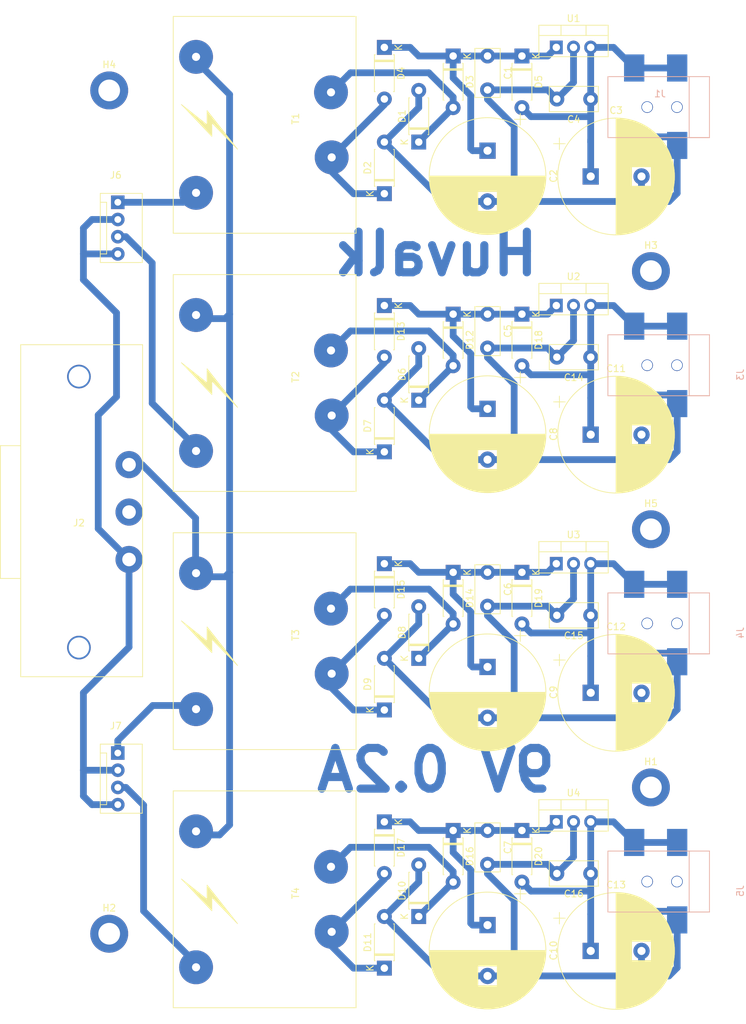
<source format=kicad_pcb>
(kicad_pcb (version 20171130) (host pcbnew 5.1.5+dfsg1-2build2)
  (layers (0 F.Cu signal) (31 B.Cu signal) (34 B.Paste user) (35 F.Paste user) (36 B.SilkS user) (37 F.SilkS user) (38 B.Mask user) (39 F.Mask user) (44 Edge.Cuts user))
  (net 0 "")
  (net 1 GND1)
  (net 2 9v1)
  (net 3 GND2)
  (net 4 GND3)
  (net 5 GND4)
  (net 6 9v2)
  (net 7 9v3)
  (net 8 9v4)
  (net 9 AC1)
  (net 10 AC2)
  (net 11 /12V_DC1)
  (net 12 /12V_DC2)
  (net 13 /12V_DC3)
  (net 14 /12V_DC4)
  (net 15 /12V_AC1_1)
  (net 16 /12V_AC1_2)
  (net 17 /12V_AC2_1)
  (net 18 /12V_AC2_2)
  (net 19 /12V_AC3_1)
  (net 20 /12V_AC3_2)
  (net 21 /12V_AC4_1)
  (net 22 /12V_AC4_2)
  (net 23 "Net-(J2-Pad3)")
  (net 24 /AC_CONN_2)
  (net 25 /AC_CONN_1)
  (net 26 /AC_CONN_4)
  (net 27 /AC_CONN_3)
  (module Custom:Transformer_20x40 (layer F.Cu) (at 86.93 158.25 90)
    (fp_text reference T4 (at 0.9 4.67 90) (layer F.SilkS))
    (fp_text value Transformer_1P_1S)
    (pad 4 thru_hole circle (at 4.8 9.9 90) (size 5 5) (drill 1.2) (layers *.Cu *.Mask) (net 21 /12V_AC4_1))
    (pad 3 thru_hole circle (at -4.8 10 90) (size 5 5) (drill 1.2) (layers *.Cu *.Mask) (net 22 /12V_AC4_2))
    (pad 2 thru_hole circle (at 10.033 -10.033 90) (size 5 5) (drill 1.2) (layers *.Cu *.Mask) (net 10 AC2))
    (pad 1 thru_hole circle (at -10.033 -10.033 90) (size 5 5) (drill 1.2) (layers *.Cu *.Mask) (net 26 /AC_CONN_4))
  )
  (module Custom:Transformer_20x40 (layer F.Cu) (at 86.93 120.15 90)
    (fp_text reference T3 (at 0.9 4.67 90) (layer F.SilkS))
    (fp_text value Transformer_1P_1S)
    (pad 4 thru_hole circle (at 4.8 9.9 90) (size 5 5) (drill 1.2) (layers *.Cu *.Mask) (net 19 /12V_AC3_1))
    (pad 3 thru_hole circle (at -4.8 10 90) (size 5 5) (drill 1.2) (layers *.Cu *.Mask) (net 20 /12V_AC3_2))
    (pad 2 thru_hole circle (at 10.033 -10.033 90) (size 5 5) (drill 1.2) (layers *.Cu *.Mask) (net 10 AC2))
    (pad 1 thru_hole circle (at -10.033 -10.033 90) (size 5 5) (drill 1.2) (layers *.Cu *.Mask) (net 27 /AC_CONN_3))
  )
  (module Custom:Transformer_20x40 (layer F.Cu) (at 86.93 82.05 90)
    (fp_text reference T2 (at 0.9 4.67 90) (layer F.SilkS))
    (fp_text value Transformer_1P_1S)
    (pad 4 thru_hole circle (at 4.8 9.9 90) (size 5 5) (drill 1.2) (layers *.Cu *.Mask) (net 17 /12V_AC2_1))
    (pad 3 thru_hole circle (at -4.8 10 90) (size 5 5) (drill 1.2) (layers *.Cu *.Mask) (net 18 /12V_AC2_2))
    (pad 2 thru_hole circle (at 10.033 -10.033 90) (size 5 5) (drill 1.2) (layers *.Cu *.Mask) (net 10 AC2))
    (pad 1 thru_hole circle (at -10.033 -10.033 90) (size 5 5) (drill 1.2) (layers *.Cu *.Mask) (net 24 /AC_CONN_2))
  )
  (module Custom:Transformer_20x40 (layer F.Cu) (at 86.93 43.95 90)
    (fp_text reference T1 (at 0.9 4.67 90) (layer F.SilkS))
    (fp_text value Transformer_1P_1S)
    (pad 4 thru_hole circle (at 4.8 9.9 90) (size 5 5) (drill 1.2) (layers *.Cu *.Mask) (net 15 /12V_AC1_1))
    (pad 3 thru_hole circle (at -4.8 10 90) (size 5 5) (drill 1.2) (layers *.Cu *.Mask) (net 16 /12V_AC1_2))
    (pad 2 thru_hole circle (at 10.033 -10.033 90) (size 5 5) (drill 1.2) (layers *.Cu *.Mask) (net 10 AC2))
    (pad 1 thru_hole circle (at -10.033 -10.033 90) (size 5 5) (drill 1.2) (layers *.Cu *.Mask) (net 25 /AC_CONN_1))
  )
  (module Custom:PinHeader_1x04_P2.54mm_Vertical (layer F.Cu) (at 65.34 136.66)
    (fp_text reference J7 (at -0.3 -4) (layer F.SilkS))
    (fp_text value Conn_01x04_Male)
    (pad 4 thru_hole oval (at 0 7.62) (size 2 2) (drill 1) (layers *.Cu *.Mask) (net 9 AC1))
    (pad 3 thru_hole oval (at 0 5.08) (size 2 2) (drill 1) (layers *.Cu *.Mask) (net 26 /AC_CONN_4))
    (pad 2 thru_hole oval (at 0 2.54) (size 2 2) (drill 1) (layers *.Cu *.Mask) (net 9 AC1))
    (pad 1 thru_hole rect (at 0 0) (size 2 2) (drill 1) (layers *.Cu *.Mask) (net 27 /AC_CONN_3))
  )
  (module Custom:PinHeader_1x04_P2.54mm_Vertical (layer F.Cu) (at 65.34 55.38)
    (fp_text reference J6 (at -0.3 -4) (layer F.SilkS))
    (fp_text value Conn_01x04_Male)
    (pad 4 thru_hole oval (at 0 7.62) (size 2 2) (drill 1) (layers *.Cu *.Mask) (net 9 AC1))
    (pad 3 thru_hole oval (at 0 5.08) (size 2 2) (drill 1) (layers *.Cu *.Mask) (net 24 /AC_CONN_2))
    (pad 2 thru_hole oval (at 0 2.54) (size 2 2) (drill 1) (layers *.Cu *.Mask) (net 9 AC1))
    (pad 1 thru_hole rect (at 0 0) (size 2 2) (drill 1) (layers *.Cu *.Mask) (net 25 /AC_CONN_1))
  )
  (module MountingHole:MountingHole_3.2mm_M3_DIN965_Pad (layer F.Cu) (at 144.08 103.64)
    (fp_text reference H5 (at 0 -3.8) (layer F.SilkS))
    (fp_text value MountingHole)
    (pad 1 thru_hole circle (at 0 0) (size 5.6 5.6) (drill 3.2) (layers *.Cu *.Mask))
  )
  (module MountingHole:MountingHole_3.2mm_M3_DIN965_Pad (layer F.Cu) (at 64.07 38.87)
    (fp_text reference H4 (at 0 -3.8) (layer F.SilkS))
    (fp_text value MountingHole)
    (pad 1 thru_hole circle (at 0 0) (size 5.6 5.6) (drill 3.2) (layers *.Cu *.Mask))
  )
  (module MountingHole:MountingHole_3.2mm_M3_DIN965_Pad (layer F.Cu) (at 144.08 65.54)
    (fp_text reference H3 (at 0 -3.8) (layer F.SilkS))
    (fp_text value MountingHole)
    (pad 1 thru_hole circle (at 0 0) (size 5.6 5.6) (drill 3.2) (layers *.Cu *.Mask))
  )
  (module MountingHole:MountingHole_3.2mm_M3_DIN965_Pad (layer F.Cu) (at 64.07 163.33)
    (fp_text reference H2 (at 0 -3.8) (layer F.SilkS))
    (fp_text value MountingHole)
    (pad 1 thru_hole circle (at 0 0) (size 5.6 5.6) (drill 3.2) (layers *.Cu *.Mask))
  )
  (module MountingHole:MountingHole_3.2mm_M3_DIN965_Pad (layer F.Cu) (at 144.08 141.74)
    (fp_text reference H1 (at 0 -3.8) (layer F.SilkS))
    (fp_text value MountingHole)
    (pad 1 thru_hole circle (at 0 0) (size 5.6 5.6) (drill 3.2) (layers *.Cu *.Mask))
  )
  (module Custom:DC_BarrelJack (layer B.Cu) (at 137.73 163.33)
    (fp_text reference J5 (at 19.56 -6.31 -270) (layer B.SilkS) (effects (justify mirror)))
    (fp_text value Barrel_Jack_Switch)
    (pad 1 smd rect (at 3.88 -13.47) (size 3 4) (layers B.Cu B.Paste B.Mask) (net 8 9v4))
    (pad 3 smd rect (at 3.88 -2.04) (size 3 4) (layers B.Cu B.Paste B.Mask) (net 5 GND4))
    (pad 2 smd rect (at 10.23 -2.04) (size 3 4) (layers B.Cu B.Paste B.Mask) (net 5 GND4))
    (pad 1 smd rect (at 10.23 -13.47) (size 3 4) (layers B.Cu B.Paste B.Mask) (net 8 9v4))
    (pad 4 thru_hole circle (at 10.2 -7.7) (size 1.7 1.7) (drill 1.5) (layers *.Cu *.Mask))
    (pad 5 thru_hole circle (at 5.8 -7.7) (size 1.7 1.7) (drill 1.5) (layers *.Cu *.Mask))
  )
  (module Custom:DC_BarrelJack (layer B.Cu) (at 137.73 125.23)
    (fp_text reference J4 (at 19.56 -6.31 -270) (layer B.SilkS) (effects (justify mirror)))
    (fp_text value Barrel_Jack_Switch)
    (pad 1 smd rect (at 3.88 -13.47) (size 3 4) (layers B.Cu B.Paste B.Mask) (net 7 9v3))
    (pad 3 smd rect (at 3.88 -2.04) (size 3 4) (layers B.Cu B.Paste B.Mask) (net 4 GND3))
    (pad 2 smd rect (at 10.23 -2.04) (size 3 4) (layers B.Cu B.Paste B.Mask) (net 4 GND3))
    (pad 1 smd rect (at 10.23 -13.47) (size 3 4) (layers B.Cu B.Paste B.Mask) (net 7 9v3))
    (pad 4 thru_hole circle (at 10.2 -7.7) (size 1.7 1.7) (drill 1.5) (layers *.Cu *.Mask))
    (pad 5 thru_hole circle (at 5.8 -7.7) (size 1.7 1.7) (drill 1.5) (layers *.Cu *.Mask))
  )
  (module Custom:DC_BarrelJack (layer B.Cu) (at 137.73 87.13)
    (fp_text reference J3 (at 19.56 -6.31 -270) (layer B.SilkS) (effects (justify mirror)))
    (fp_text value Barrel_Jack_Switch)
    (pad 1 smd rect (at 3.88 -13.47) (size 3 4) (layers B.Cu B.Paste B.Mask) (net 6 9v2))
    (pad 3 smd rect (at 3.88 -2.04) (size 3 4) (layers B.Cu B.Paste B.Mask) (net 3 GND2))
    (pad 2 smd rect (at 10.23 -2.04) (size 3 4) (layers B.Cu B.Paste B.Mask) (net 3 GND2))
    (pad 1 smd rect (at 10.23 -13.47) (size 3 4) (layers B.Cu B.Paste B.Mask) (net 6 9v2))
    (pad 4 thru_hole circle (at 10.2 -7.7) (size 1.7 1.7) (drill 1.5) (layers *.Cu *.Mask))
    (pad 5 thru_hole circle (at 5.8 -7.7) (size 1.7 1.7) (drill 1.5) (layers *.Cu *.Mask))
  )
  (module Custom:DC_BarrelJack (layer B.Cu) (at 137.73 49.03)
    (fp_text reference J1 (at 7.69 -9.66 180) (layer B.SilkS) (effects (justify mirror)))
    (fp_text value Barrel_Jack_Switch)
    (pad 1 smd rect (at 3.88 -13.47) (size 3 4) (layers B.Cu B.Paste B.Mask) (net 2 9v1))
    (pad 3 smd rect (at 3.88 -2.04) (size 3 4) (layers B.Cu B.Paste B.Mask) (net 1 GND1))
    (pad 2 smd rect (at 10.23 -2.04) (size 3 4) (layers B.Cu B.Paste B.Mask) (net 1 GND1))
    (pad 1 smd rect (at 10.23 -13.47) (size 3 4) (layers B.Cu B.Paste B.Mask) (net 2 9v1))
    (pad 4 thru_hole circle (at 10.2 -7.7) (size 1.7 1.7) (drill 1.5) (layers *.Cu *.Mask))
    (pad 5 thru_hole circle (at 5.8 -7.7) (size 1.7 1.7) (drill 1.5) (layers *.Cu *.Mask))
  )
  (module Custom:AS-205 (layer F.Cu) (at 59.6 101.1)
    (fp_text reference J2 (at 0 1.6) (layer F.SilkS))
    (fp_text value Conn_01x03_Male)
    (pad "" thru_hole circle (at 0 20) (size 3.5 3.5) (drill 3) (layers *.Cu *.Mask))
    (pad "" thru_hole circle (at 0 -20) (size 3.5 3.5) (drill 3) (layers *.Cu *.Mask))
    (pad 2 thru_hole circle (at 7.4 7) (size 4 4) (drill 2) (layers *.Cu *.Mask) (net 9 AC1))
    (pad 1 thru_hole circle (at 7.4 -7) (size 4 4) (drill 2) (layers *.Cu *.Mask) (net 10 AC2))
    (pad 3 thru_hole circle (at 7.4 0) (size 4 4) (drill 2) (layers *.Cu *.Mask) (net 23 "Net-(J2-Pad3)"))
  )
  (module Package_TO_SOT_THT:TO-220-3_Vertical (layer F.Cu) (at 130.11 146.82)
    (fp_text reference U4 (at 2.54 -4.27) (layer F.SilkS))
    (fp_text value L7809)
    (pad 3 thru_hole oval (at 5.08 0) (size 1.905 2) (drill 1.1) (layers *.Cu *.Mask) (net 8 9v4))
    (pad 2 thru_hole oval (at 2.54 0) (size 1.905 2) (drill 1.1) (layers *.Cu *.Mask) (net 5 GND4))
    (pad 1 thru_hole rect (at 0 0) (size 1.905 2) (drill 1.1) (layers *.Cu *.Mask) (net 14 /12V_DC4))
  )
  (module Package_TO_SOT_THT:TO-220-3_Vertical (layer F.Cu) (at 130.11 108.72)
    (fp_text reference U3 (at 2.54 -4.27) (layer F.SilkS))
    (fp_text value L7809)
    (pad 3 thru_hole oval (at 5.08 0) (size 1.905 2) (drill 1.1) (layers *.Cu *.Mask) (net 7 9v3))
    (pad 2 thru_hole oval (at 2.54 0) (size 1.905 2) (drill 1.1) (layers *.Cu *.Mask) (net 4 GND3))
    (pad 1 thru_hole rect (at 0 0) (size 1.905 2) (drill 1.1) (layers *.Cu *.Mask) (net 13 /12V_DC3))
  )
  (module Package_TO_SOT_THT:TO-220-3_Vertical (layer F.Cu) (at 130.11 70.62)
    (fp_text reference U2 (at 2.54 -4.27) (layer F.SilkS))
    (fp_text value L7809)
    (pad 3 thru_hole oval (at 5.08 0) (size 1.905 2) (drill 1.1) (layers *.Cu *.Mask) (net 6 9v2))
    (pad 2 thru_hole oval (at 2.54 0) (size 1.905 2) (drill 1.1) (layers *.Cu *.Mask) (net 3 GND2))
    (pad 1 thru_hole rect (at 0 0) (size 1.905 2) (drill 1.1) (layers *.Cu *.Mask) (net 12 /12V_DC2))
  )
  (module Diode_THT:D_DO-41_SOD81_P7.62mm_Horizontal (layer F.Cu) (at 125.03 148.09 270)
    (fp_text reference D20 (at 3.81 -2.47 90) (layer F.SilkS))
    (fp_text value 1N4007)
    (fp_text user K (at 0 -2.1 90) (layer F.SilkS))
    (pad 2 thru_hole oval (at 7.62 0 270) (size 2.2 2.2) (drill 1.1) (layers *.Cu *.Mask) (net 8 9v4))
    (pad 1 thru_hole rect (at 0 0 270) (size 2.2 2.2) (drill 1.1) (layers *.Cu *.Mask) (net 14 /12V_DC4))
  )
  (module Diode_THT:D_DO-41_SOD81_P7.62mm_Horizontal (layer F.Cu) (at 125.03 109.99 270)
    (fp_text reference D19 (at 3.81 -2.47 90) (layer F.SilkS))
    (fp_text value 1N4007)
    (fp_text user K (at 0 -2.1 90) (layer F.SilkS))
    (pad 2 thru_hole oval (at 7.62 0 270) (size 2.2 2.2) (drill 1.1) (layers *.Cu *.Mask) (net 7 9v3))
    (pad 1 thru_hole rect (at 0 0 270) (size 2.2 2.2) (drill 1.1) (layers *.Cu *.Mask) (net 13 /12V_DC3))
  )
  (module Diode_THT:D_DO-41_SOD81_P7.62mm_Horizontal (layer F.Cu) (at 125.03 71.89 270)
    (fp_text reference D18 (at 3.81 -2.47 90) (layer F.SilkS))
    (fp_text value 1N4007)
    (fp_text user K (at 0 -2.1 90) (layer F.SilkS))
    (pad 2 thru_hole oval (at 7.62 0 270) (size 2.2 2.2) (drill 1.1) (layers *.Cu *.Mask) (net 6 9v2))
    (pad 1 thru_hole rect (at 0 0 270) (size 2.2 2.2) (drill 1.1) (layers *.Cu *.Mask) (net 12 /12V_DC2))
  )
  (module Diode_THT:D_DO-41_SOD81_P7.62mm_Horizontal (layer F.Cu) (at 104.71 146.82 270)
    (fp_text reference D17 (at 3.81 -2.47 90) (layer F.SilkS))
    (fp_text value 1N4007)
    (fp_text user K (at 0 -2.1 90) (layer F.SilkS))
    (pad 2 thru_hole oval (at 7.62 0 270) (size 2.2 2.2) (drill 1.1) (layers *.Cu *.Mask) (net 22 /12V_AC4_2))
    (pad 1 thru_hole rect (at 0 0 270) (size 2.2 2.2) (drill 1.1) (layers *.Cu *.Mask) (net 14 /12V_DC4))
  )
  (module Diode_THT:D_DO-41_SOD81_P7.62mm_Horizontal (layer F.Cu) (at 114.87 148.09 270)
    (fp_text reference D16 (at 3.81 -2.47 90) (layer F.SilkS))
    (fp_text value 1N4007)
    (fp_text user K (at 0 -2.1 90) (layer F.SilkS))
    (pad 2 thru_hole oval (at 7.62 0 270) (size 2.2 2.2) (drill 1.1) (layers *.Cu *.Mask) (net 21 /12V_AC4_1))
    (pad 1 thru_hole rect (at 0 0 270) (size 2.2 2.2) (drill 1.1) (layers *.Cu *.Mask) (net 14 /12V_DC4))
  )
  (module Diode_THT:D_DO-41_SOD81_P7.62mm_Horizontal (layer F.Cu) (at 104.71 108.72 270)
    (fp_text reference D15 (at 3.81 -2.47 90) (layer F.SilkS))
    (fp_text value 1N4007)
    (fp_text user K (at 0 -2.1 90) (layer F.SilkS))
    (pad 2 thru_hole oval (at 7.62 0 270) (size 2.2 2.2) (drill 1.1) (layers *.Cu *.Mask) (net 20 /12V_AC3_2))
    (pad 1 thru_hole rect (at 0 0 270) (size 2.2 2.2) (drill 1.1) (layers *.Cu *.Mask) (net 13 /12V_DC3))
  )
  (module Diode_THT:D_DO-41_SOD81_P7.62mm_Horizontal (layer F.Cu) (at 114.87 109.99 270)
    (fp_text reference D14 (at 3.81 -2.47 90) (layer F.SilkS))
    (fp_text value 1N4007)
    (fp_text user K (at 0 -2.1 90) (layer F.SilkS))
    (pad 2 thru_hole oval (at 7.62 0 270) (size 2.2 2.2) (drill 1.1) (layers *.Cu *.Mask) (net 19 /12V_AC3_1))
    (pad 1 thru_hole rect (at 0 0 270) (size 2.2 2.2) (drill 1.1) (layers *.Cu *.Mask) (net 13 /12V_DC3))
  )
  (module Diode_THT:D_DO-41_SOD81_P7.62mm_Horizontal (layer F.Cu) (at 104.71 70.62 270)
    (fp_text reference D13 (at 3.81 -2.47 90) (layer F.SilkS))
    (fp_text value 1N4007)
    (fp_text user K (at 0 -2.1 90) (layer F.SilkS))
    (pad 2 thru_hole oval (at 7.62 0 270) (size 2.2 2.2) (drill 1.1) (layers *.Cu *.Mask) (net 18 /12V_AC2_2))
    (pad 1 thru_hole rect (at 0 0 270) (size 2.2 2.2) (drill 1.1) (layers *.Cu *.Mask) (net 12 /12V_DC2))
  )
  (module Diode_THT:D_DO-41_SOD81_P7.62mm_Horizontal (layer F.Cu) (at 114.87 71.89 270)
    (fp_text reference D12 (at 3.81 -2.47 90) (layer F.SilkS))
    (fp_text value 1N4007)
    (fp_text user K (at 0 -2.1 90) (layer F.SilkS))
    (pad 2 thru_hole oval (at 7.62 0 270) (size 2.2 2.2) (drill 1.1) (layers *.Cu *.Mask) (net 17 /12V_AC2_1))
    (pad 1 thru_hole rect (at 0 0 270) (size 2.2 2.2) (drill 1.1) (layers *.Cu *.Mask) (net 12 /12V_DC2))
  )
  (module Diode_THT:D_DO-41_SOD81_P7.62mm_Horizontal (layer F.Cu) (at 104.71 168.41 90)
    (fp_text reference D11 (at 3.81 -2.47 90) (layer F.SilkS))
    (fp_text value 1N4007)
    (fp_text user K (at 0 -2.1 90) (layer F.SilkS))
    (pad 2 thru_hole oval (at 7.62 0 90) (size 2.2 2.2) (drill 1.1) (layers *.Cu *.Mask) (net 5 GND4))
    (pad 1 thru_hole rect (at 0 0 90) (size 2.2 2.2) (drill 1.1) (layers *.Cu *.Mask) (net 22 /12V_AC4_2))
  )
  (module Diode_THT:D_DO-41_SOD81_P7.62mm_Horizontal (layer F.Cu) (at 109.79 160.79 90)
    (fp_text reference D10 (at 3.81 -2.47 90) (layer F.SilkS))
    (fp_text value 1N4007)
    (fp_text user K (at 0 -2.1 90) (layer F.SilkS))
    (pad 2 thru_hole oval (at 7.62 0 90) (size 2.2 2.2) (drill 1.1) (layers *.Cu *.Mask) (net 5 GND4))
    (pad 1 thru_hole rect (at 0 0 90) (size 2.2 2.2) (drill 1.1) (layers *.Cu *.Mask) (net 21 /12V_AC4_1))
  )
  (module Diode_THT:D_DO-41_SOD81_P7.62mm_Horizontal (layer F.Cu) (at 104.71 130.31 90)
    (fp_text reference D9 (at 3.81 -2.47 90) (layer F.SilkS))
    (fp_text value 1N4007)
    (fp_text user K (at 0 -2.1 90) (layer F.SilkS))
    (pad 2 thru_hole oval (at 7.62 0 90) (size 2.2 2.2) (drill 1.1) (layers *.Cu *.Mask) (net 4 GND3))
    (pad 1 thru_hole rect (at 0 0 90) (size 2.2 2.2) (drill 1.1) (layers *.Cu *.Mask) (net 20 /12V_AC3_2))
  )
  (module Diode_THT:D_DO-41_SOD81_P7.62mm_Horizontal (layer F.Cu) (at 109.79 122.69 90)
    (fp_text reference D8 (at 3.81 -2.47 90) (layer F.SilkS))
    (fp_text value 1N4007)
    (fp_text user K (at 0 -2.1 90) (layer F.SilkS))
    (pad 2 thru_hole oval (at 7.62 0 90) (size 2.2 2.2) (drill 1.1) (layers *.Cu *.Mask) (net 4 GND3))
    (pad 1 thru_hole rect (at 0 0 90) (size 2.2 2.2) (drill 1.1) (layers *.Cu *.Mask) (net 19 /12V_AC3_1))
  )
  (module Diode_THT:D_DO-41_SOD81_P7.62mm_Horizontal (layer F.Cu) (at 104.71 92.21 90)
    (fp_text reference D7 (at 3.81 -2.47 90) (layer F.SilkS))
    (fp_text value 1N4007)
    (fp_text user K (at 0 -2.1 90) (layer F.SilkS))
    (pad 2 thru_hole oval (at 7.62 0 90) (size 2.2 2.2) (drill 1.1) (layers *.Cu *.Mask) (net 3 GND2))
    (pad 1 thru_hole rect (at 0 0 90) (size 2.2 2.2) (drill 1.1) (layers *.Cu *.Mask) (net 18 /12V_AC2_2))
  )
  (module Diode_THT:D_DO-41_SOD81_P7.62mm_Horizontal (layer F.Cu) (at 109.79 84.59 90)
    (fp_text reference D6 (at 3.81 -2.47 90) (layer F.SilkS))
    (fp_text value 1N4007)
    (fp_text user K (at 0 -2.1 90) (layer F.SilkS))
    (pad 2 thru_hole oval (at 7.62 0 90) (size 2.2 2.2) (drill 1.1) (layers *.Cu *.Mask) (net 3 GND2))
    (pad 1 thru_hole rect (at 0 0 90) (size 2.2 2.2) (drill 1.1) (layers *.Cu *.Mask) (net 17 /12V_AC2_1))
  )
  (module Capacitor_THT:C_Rect_L7.0mm_W3.5mm_P5.00mm (layer F.Cu) (at 135.19 154.44 180)
    (fp_text reference C16 (at 2.5 -3) (layer F.SilkS))
    (fp_text value 100n)
    (pad 2 thru_hole oval (at 5 0 180) (size 2.2 2.2) (drill 1.1) (layers *.Cu *.Mask) (net 5 GND4))
    (pad 1 thru_hole oval (at 0 0 180) (size 2.2 2.2) (drill 1.1) (layers *.Cu *.Mask) (net 8 9v4))
  )
  (module Capacitor_THT:C_Rect_L7.0mm_W3.5mm_P5.00mm (layer F.Cu) (at 135.19 116.34 180)
    (fp_text reference C15 (at 2.5 -3) (layer F.SilkS))
    (fp_text value 100n)
    (pad 2 thru_hole oval (at 5 0 180) (size 2.2 2.2) (drill 1.1) (layers *.Cu *.Mask) (net 4 GND3))
    (pad 1 thru_hole oval (at 0 0 180) (size 2.2 2.2) (drill 1.1) (layers *.Cu *.Mask) (net 7 9v3))
  )
  (module Capacitor_THT:C_Rect_L7.0mm_W3.5mm_P5.00mm (layer F.Cu) (at 135.19 78.24 180)
    (fp_text reference C14 (at 2.5 -3) (layer F.SilkS))
    (fp_text value 100n)
    (pad 2 thru_hole oval (at 5 0 180) (size 2.2 2.2) (drill 1.1) (layers *.Cu *.Mask) (net 3 GND2))
    (pad 1 thru_hole oval (at 0 0 180) (size 2.2 2.2) (drill 1.1) (layers *.Cu *.Mask) (net 6 9v2))
  )
  (module Capacitor_THT:CP_Radial_D17.0mm_P7.50mm (layer F.Cu) (at 135.19 165.87)
    (fp_text reference C13 (at 3.75 -9.75) (layer F.SilkS))
    (fp_text value 2200u)
    (pad 2 thru_hole circle (at 7.5 0) (size 2.4 2.4) (drill 1.2) (layers *.Cu *.Mask) (net 5 GND4))
    (pad 1 thru_hole rect (at 0 0) (size 2.4 2.4) (drill 1.2) (layers *.Cu *.Mask) (net 8 9v4))
  )
  (module Capacitor_THT:CP_Radial_D17.0mm_P7.50mm (layer F.Cu) (at 135.19 127.77)
    (fp_text reference C12 (at 3.75 -9.75) (layer F.SilkS))
    (fp_text value 2200u)
    (pad 2 thru_hole circle (at 7.5 0) (size 2.4 2.4) (drill 1.2) (layers *.Cu *.Mask) (net 4 GND3))
    (pad 1 thru_hole rect (at 0 0) (size 2.4 2.4) (drill 1.2) (layers *.Cu *.Mask) (net 7 9v3))
  )
  (module Capacitor_THT:CP_Radial_D17.0mm_P7.50mm (layer F.Cu) (at 135.19 89.67)
    (fp_text reference C11 (at 3.75 -9.75) (layer F.SilkS))
    (fp_text value 2200u)
    (pad 2 thru_hole circle (at 7.5 0) (size 2.4 2.4) (drill 1.2) (layers *.Cu *.Mask) (net 3 GND2))
    (pad 1 thru_hole rect (at 0 0) (size 2.4 2.4) (drill 1.2) (layers *.Cu *.Mask) (net 6 9v2))
  )
  (module Capacitor_THT:CP_Radial_D17.0mm_P7.50mm (layer F.Cu) (at 119.95 162.06 270)
    (fp_text reference C10 (at 3.75 -9.75 90) (layer F.SilkS))
    (fp_text value 2200u)
    (pad 2 thru_hole circle (at 7.5 0 270) (size 2.4 2.4) (drill 1.2) (layers *.Cu *.Mask) (net 5 GND4))
    (pad 1 thru_hole rect (at 0 0 270) (size 2.4 2.4) (drill 1.2) (layers *.Cu *.Mask) (net 14 /12V_DC4))
  )
  (module Capacitor_THT:CP_Radial_D17.0mm_P7.50mm (layer F.Cu) (at 119.95 123.96 270)
    (fp_text reference C9 (at 3.75 -9.75 90) (layer F.SilkS))
    (fp_text value 2200u)
    (pad 2 thru_hole circle (at 7.5 0 270) (size 2.4 2.4) (drill 1.2) (layers *.Cu *.Mask) (net 4 GND3))
    (pad 1 thru_hole rect (at 0 0 270) (size 2.4 2.4) (drill 1.2) (layers *.Cu *.Mask) (net 13 /12V_DC3))
  )
  (module Capacitor_THT:CP_Radial_D17.0mm_P7.50mm (layer F.Cu) (at 119.95 85.86 270)
    (fp_text reference C8 (at 3.75 -9.75 90) (layer F.SilkS))
    (fp_text value 2200u)
    (pad 2 thru_hole circle (at 7.5 0 270) (size 2.4 2.4) (drill 1.2) (layers *.Cu *.Mask) (net 3 GND2))
    (pad 1 thru_hole rect (at 0 0 270) (size 2.4 2.4) (drill 1.2) (layers *.Cu *.Mask) (net 12 /12V_DC2))
  )
  (module Capacitor_THT:C_Rect_L7.0mm_W3.5mm_P5.00mm (layer F.Cu) (at 119.95 148.09 270)
    (fp_text reference C7 (at 2.5 -3 90) (layer F.SilkS))
    (fp_text value 220n)
    (pad 2 thru_hole oval (at 5 0 270) (size 2.2 2.2) (drill 1.1) (layers *.Cu *.Mask) (net 5 GND4))
    (pad 1 thru_hole oval (at 0 0 270) (size 2.2 2.2) (drill 1.1) (layers *.Cu *.Mask) (net 14 /12V_DC4))
  )
  (module Capacitor_THT:C_Rect_L7.0mm_W3.5mm_P5.00mm (layer F.Cu) (at 119.95 109.99 270)
    (fp_text reference C6 (at 2.5 -3 90) (layer F.SilkS))
    (fp_text value 220n)
    (pad 2 thru_hole oval (at 5 0 270) (size 2.2 2.2) (drill 1.1) (layers *.Cu *.Mask) (net 4 GND3))
    (pad 1 thru_hole oval (at 0 0 270) (size 2.2 2.2) (drill 1.1) (layers *.Cu *.Mask) (net 13 /12V_DC3))
  )
  (module Capacitor_THT:C_Rect_L7.0mm_W3.5mm_P5.00mm (layer F.Cu) (at 119.95 71.89 270)
    (fp_text reference C5 (at 2.5 -3 90) (layer F.SilkS))
    (fp_text value 220n)
    (pad 2 thru_hole oval (at 5 0 270) (size 2.2 2.2) (drill 1.1) (layers *.Cu *.Mask) (net 3 GND2))
    (pad 1 thru_hole oval (at 0 0 270) (size 2.2 2.2) (drill 1.1) (layers *.Cu *.Mask) (net 12 /12V_DC2))
  )
  (module Diode_THT:D_DO-41_SOD81_P7.62mm_Horizontal (layer F.Cu) (at 125.03 33.79 270)
    (fp_text reference D5 (at 3.81 -2.47 90) (layer F.SilkS))
    (fp_text value 1N4007)
    (fp_text user K (at 0 -2.1 90) (layer F.SilkS))
    (pad 2 thru_hole oval (at 7.62 0 270) (size 2.2 2.2) (drill 1.1) (layers *.Cu *.Mask) (net 2 9v1))
    (pad 1 thru_hole rect (at 0 0 270) (size 2.2 2.2) (drill 1.1) (layers *.Cu *.Mask) (net 11 /12V_DC1))
  )
  (module Diode_THT:D_DO-41_SOD81_P7.62mm_Horizontal (layer F.Cu) (at 109.79 46.49 90)
    (fp_text reference D1 (at 3.81 -2.47 90) (layer F.SilkS))
    (fp_text value 1N4007)
    (fp_text user K (at 0 -2.1 90) (layer F.SilkS))
    (pad 1 thru_hole rect (at 0 0 90) (size 2.2 2.2) (drill 1.1) (layers *.Cu *.Mask) (net 15 /12V_AC1_1))
    (pad 2 thru_hole oval (at 7.62 0 90) (size 2.2 2.2) (drill 1.1) (layers *.Cu *.Mask) (net 1 GND1))
  )
  (module Capacitor_THT:C_Rect_L7.0mm_W3.5mm_P5.00mm (layer F.Cu) (at 119.95 33.79 270)
    (fp_text reference C1 (at 2.5 -3 90) (layer F.SilkS))
    (fp_text value 220n)
    (pad 2 thru_hole oval (at 5 0 270) (size 2.2 2.2) (drill 1.1) (layers *.Cu *.Mask) (net 1 GND1))
    (pad 1 thru_hole oval (at 0 0 270) (size 2.2 2.2) (drill 1.1) (layers *.Cu *.Mask) (net 11 /12V_DC1))
  )
  (module Diode_THT:D_DO-41_SOD81_P7.62mm_Horizontal (layer F.Cu) (at 104.71 32.52 270)
    (fp_text reference D4 (at 3.81 -2.47 90) (layer F.SilkS))
    (fp_text value 1N4007)
    (fp_text user K (at 0 -2.1 90) (layer F.SilkS))
    (pad 1 thru_hole rect (at 0 0 270) (size 2.2 2.2) (drill 1.1) (layers *.Cu *.Mask) (net 11 /12V_DC1))
    (pad 2 thru_hole oval (at 7.62 0 270) (size 2.2 2.2) (drill 1.1) (layers *.Cu *.Mask) (net 16 /12V_AC1_2))
  )
  (module Diode_THT:D_DO-41_SOD81_P7.62mm_Horizontal (layer F.Cu) (at 114.87 33.79 270)
    (fp_text reference D3 (at 3.81 -2.47 90) (layer F.SilkS))
    (fp_text value 1N4007)
    (fp_text user K (at 0 -2.1 90) (layer F.SilkS))
    (pad 2 thru_hole oval (at 7.62 0 270) (size 2.2 2.2) (drill 1.1) (layers *.Cu *.Mask) (net 15 /12V_AC1_1))
    (pad 1 thru_hole rect (at 0 0 270) (size 2.2 2.2) (drill 1.1) (layers *.Cu *.Mask) (net 11 /12V_DC1))
  )
  (module Diode_THT:D_DO-41_SOD81_P7.62mm_Horizontal (layer F.Cu) (at 104.71 54.11 90)
    (fp_text reference D2 (at 3.81 -2.47 90) (layer F.SilkS))
    (fp_text value 1N4007)
    (fp_text user K (at 0 -2.1 90) (layer F.SilkS))
    (pad 2 thru_hole oval (at 7.62 0 90) (size 2.2 2.2) (drill 1.1) (layers *.Cu *.Mask) (net 1 GND1))
    (pad 1 thru_hole rect (at 0 0 90) (size 2.2 2.2) (drill 1.1) (layers *.Cu *.Mask) (net 16 /12V_AC1_2))
  )
  (module Capacitor_THT:C_Rect_L7.0mm_W3.5mm_P5.00mm (layer F.Cu) (at 135.19 40.14 180)
    (fp_text reference C4 (at 2.5 -3) (layer F.SilkS))
    (fp_text value 100n)
    (pad 2 thru_hole oval (at 5 0 180) (size 2.2 2.2) (drill 1.1) (layers *.Cu *.Mask) (net 1 GND1))
    (pad 1 thru_hole oval (at 0 0 180) (size 2.2 2.2) (drill 1.1) (layers *.Cu *.Mask) (net 2 9v1))
  )
  (module Capacitor_THT:CP_Radial_D17.0mm_P7.50mm (layer F.Cu) (at 135.19 51.57)
    (fp_text reference C3 (at 3.75 -9.75) (layer F.SilkS))
    (fp_text value 2200u)
    (pad 1 thru_hole rect (at 0 0) (size 2.4 2.4) (drill 1.2) (layers *.Cu *.Mask) (net 2 9v1))
    (pad 2 thru_hole circle (at 7.5 0) (size 2.4 2.4) (drill 1.2) (layers *.Cu *.Mask) (net 1 GND1))
  )
  (module Capacitor_THT:CP_Radial_D17.0mm_P7.50mm (layer F.Cu) (at 119.95 47.76 270)
    (fp_text reference C2 (at 3.75 -9.75 90) (layer F.SilkS))
    (fp_text value 2200u)
    (pad 1 thru_hole rect (at 0 0 270) (size 2.4 2.4) (drill 1.2) (layers *.Cu *.Mask) (net 11 /12V_DC1))
    (pad 2 thru_hole circle (at 7.5 0 270) (size 2.4 2.4) (drill 1.2) (layers *.Cu *.Mask) (net 1 GND1))
  )
  (module Package_TO_SOT_THT:TO-220-3_Vertical (layer F.Cu) (at 130.11 32.52)
    (fp_text reference U1 (at 2.54 -4.27) (layer F.SilkS))
    (fp_text value L7809)
    (pad 3 thru_hole oval (at 5.08 0) (size 1.905 2) (drill 1.1) (layers *.Cu *.Mask) (net 2 9v1))
    (pad 2 thru_hole oval (at 2.54 0) (size 1.905 2) (drill 1.1) (layers *.Cu *.Mask) (net 1 GND1))
    (pad 1 thru_hole rect (at 0 0) (size 1.905 2) (drill 1.1) (layers *.Cu *.Mask) (net 11 /12V_DC1))
  )
  (gr_text "9V 0.2A" (at 112.33 139.2) (layer B.Cu) (effects (font (size 6 6) (thickness 1.2)) (justify mirror)))
  (gr_text Huvalk (at 112.33 63) (layer B.Cu) (effects (font (size 6 6) (thickness 1.2)) (justify mirror)))
  (segment (start 109.79 38.87) (end 109.79 41.41) (width 1) (layer B.Cu) (net 1))
  (segment (start 109.79 41.41) (end 104.71 46.49) (width 1) (layer B.Cu) (net 1))
  (segment (start 113.48 55.26) (end 119.95 55.26) (width 1) (layer B.Cu) (net 1))
  (segment (start 104.71 46.49) (end 113.48 55.26) (width 1) (layer B.Cu) (net 1))
  (segment (start 119.95 39.92137) (end 119.95 38.79) (width 1) (layer B.Cu) (net 1))
  (segment (start 119.95 40.178002) (end 119.95 39.92137) (width 1) (layer B.Cu) (net 1))
  (segment (start 123.88 55.26) (end 123.88 44.108002) (width 1) (layer B.Cu) (net 1))
  (segment (start 123.88 44.108002) (end 119.95 40.178002) (width 1) (layer B.Cu) (net 1))
  (segment (start 119.95 55.26) (end 123.88 55.26) (width 1) (layer B.Cu) (net 1))
  (segment (start 132.65 37.68) (end 132.65 32.52) (width 1) (layer B.Cu) (net 1))
  (segment (start 119.95 38.79) (end 128.84 38.79) (width 1) (layer B.Cu) (net 1))
  (segment (start 130.19 40.14) (end 132.65 37.68) (width 1) (layer B.Cu) (net 1))
  (segment (start 128.84 38.79) (end 130.19 40.14) (width 1) (layer B.Cu) (net 1))
  (segment (start 141.61 45.72) (end 147.96 45.72) (width 1) (layer B.Cu) (net 1))
  (segment (start 123.88 55.26) (end 140.697056 55.26) (width 1) (layer B.Cu) (net 1))
  (segment (start 147.96 46.99) (end 147.96 54.04) (width 1) (layer B.Cu) (net 1))
  (segment (start 147.96 54.04) (end 146.74 55.26) (width 1) (layer B.Cu) (net 1))
  (segment (start 142.69 55.02) (end 142.69 51.57) (width 1) (layer B.Cu) (net 1))
  (segment (start 142.93 55.26) (end 142.69 55.02) (width 1) (layer B.Cu) (net 1))
  (segment (start 146.74 55.26) (end 142.93 55.26) (width 1) (layer B.Cu) (net 1))
  (segment (start 142.93 55.26) (end 140.697056 55.26) (width 1) (layer B.Cu) (net 1))
  (segment (start 147.96 35.56) (end 147.39 35.56) (width 1) (layer B.Cu) (net 2))
  (segment (start 147.96 35.56) (end 141.61 35.56) (width 1) (layer B.Cu) (net 2))
  (segment (start 135.19 51.57) (end 135.19 46.49) (width 1) (layer B.Cu) (net 2))
  (segment (start 135.19 46.49) (end 135.19 46.15) (width 1) (layer B.Cu) (net 2))
  (segment (start 138.57 32.52) (end 141.61 35.56) (width 1) (layer B.Cu) (net 2))
  (segment (start 135.19 32.52) (end 138.57 32.52) (width 1) (layer B.Cu) (net 2))
  (segment (start 135.129999 42.740001) (end 135.19 42.68) (width 1) (layer B.Cu) (net 2))
  (segment (start 126.360001 42.740001) (end 135.129999 42.740001) (width 1) (layer B.Cu) (net 2))
  (segment (start 125.03 41.41) (end 126.360001 42.740001) (width 1) (layer B.Cu) (net 2))
  (segment (start 135.19 42.68) (end 135.19 46.49) (width 1) (layer B.Cu) (net 2))
  (segment (start 135.19 32.52) (end 135.19 42.68) (width 1) (layer B.Cu) (net 2))
  (segment (start 142.69 93.12) (end 142.69 89.67) (width 1) (layer B.Cu) (net 3))
  (segment (start 109.79 79.51) (end 104.71 84.59) (width 1) (layer B.Cu) (net 3))
  (segment (start 109.79 76.97) (end 109.79 79.51) (width 1) (layer B.Cu) (net 3))
  (segment (start 119.95 76.89) (end 128.84 76.89) (width 1) (layer B.Cu) (net 3))
  (segment (start 132.65 75.78) (end 132.65 70.62) (width 1) (layer B.Cu) (net 3))
  (segment (start 123.88 93.36) (end 123.88 82.208002) (width 1) (layer B.Cu) (net 3))
  (segment (start 128.84 76.89) (end 130.19 78.24) (width 1) (layer B.Cu) (net 3))
  (segment (start 119.95 78.278002) (end 119.95 78.02137) (width 1) (layer B.Cu) (net 3))
  (segment (start 104.71 84.59) (end 113.48 93.36) (width 1) (layer B.Cu) (net 3))
  (segment (start 119.95 78.02137) (end 119.95 76.89) (width 1) (layer B.Cu) (net 3))
  (segment (start 119.95 93.36) (end 123.88 93.36) (width 1) (layer B.Cu) (net 3))
  (segment (start 141.61 83.82) (end 147.96 83.82) (width 1) (layer B.Cu) (net 3))
  (segment (start 130.19 78.24) (end 132.65 75.78) (width 1) (layer B.Cu) (net 3))
  (segment (start 113.48 93.36) (end 119.95 93.36) (width 1) (layer B.Cu) (net 3))
  (segment (start 123.88 82.208002) (end 119.95 78.278002) (width 1) (layer B.Cu) (net 3))
  (segment (start 147.96 92.14) (end 147.96 85.09) (width 1) (layer B.Cu) (net 3))
  (segment (start 146.74 93.36) (end 147.96 92.14) (width 1) (layer B.Cu) (net 3))
  (segment (start 123.88 93.36) (end 146.74 93.36) (width 1) (layer B.Cu) (net 3))
  (segment (start 142.69 131.22) (end 142.69 127.77) (width 1) (layer B.Cu) (net 4))
  (segment (start 113.48 131.46) (end 119.95 131.46) (width 1) (layer B.Cu) (net 4))
  (segment (start 141.61 121.92) (end 147.96 121.92) (width 1) (layer B.Cu) (net 4))
  (segment (start 130.19 116.34) (end 132.65 113.88) (width 1) (layer B.Cu) (net 4))
  (segment (start 104.71 122.69) (end 113.48 131.46) (width 1) (layer B.Cu) (net 4))
  (segment (start 132.65 113.88) (end 132.65 108.72) (width 1) (layer B.Cu) (net 4))
  (segment (start 109.79 117.61) (end 104.71 122.69) (width 1) (layer B.Cu) (net 4))
  (segment (start 128.84 114.99) (end 130.19 116.34) (width 1) (layer B.Cu) (net 4))
  (segment (start 109.79 115.07) (end 109.79 117.61) (width 1) (layer B.Cu) (net 4))
  (segment (start 119.95 116.378002) (end 119.95 116.12137) (width 1) (layer B.Cu) (net 4))
  (segment (start 119.95 131.46) (end 123.88 131.46) (width 1) (layer B.Cu) (net 4))
  (segment (start 119.95 116.12137) (end 119.95 114.99) (width 1) (layer B.Cu) (net 4))
  (segment (start 123.88 131.46) (end 123.88 120.308002) (width 1) (layer B.Cu) (net 4))
  (segment (start 123.88 120.308002) (end 119.95 116.378002) (width 1) (layer B.Cu) (net 4))
  (segment (start 119.95 114.99) (end 128.84 114.99) (width 1) (layer B.Cu) (net 4))
  (segment (start 147.96 130.24) (end 147.96 123.19) (width 1) (layer B.Cu) (net 4))
  (segment (start 146.74 131.46) (end 147.96 130.24) (width 1) (layer B.Cu) (net 4))
  (segment (start 123.88 131.46) (end 146.74 131.46) (width 1) (layer B.Cu) (net 4))
  (segment (start 130.19 154.44) (end 132.65 151.98) (width 1) (layer B.Cu) (net 5))
  (segment (start 132.65 151.98) (end 132.65 146.82) (width 1) (layer B.Cu) (net 5))
  (segment (start 119.95 154.22137) (end 119.95 153.09) (width 1) (layer B.Cu) (net 5))
  (segment (start 109.79 155.71) (end 104.71 160.79) (width 1) (layer B.Cu) (net 5))
  (segment (start 119.95 153.09) (end 128.84 153.09) (width 1) (layer B.Cu) (net 5))
  (segment (start 119.95 169.56) (end 123.88 169.56) (width 1) (layer B.Cu) (net 5))
  (segment (start 123.88 169.56) (end 123.88 158.408002) (width 1) (layer B.Cu) (net 5))
  (segment (start 123.88 158.408002) (end 119.95 154.478002) (width 1) (layer B.Cu) (net 5))
  (segment (start 104.71 160.79) (end 113.48 169.56) (width 1) (layer B.Cu) (net 5))
  (segment (start 119.95 154.478002) (end 119.95 154.22137) (width 1) (layer B.Cu) (net 5))
  (segment (start 141.61 160.02) (end 147.96 160.02) (width 1) (layer B.Cu) (net 5))
  (segment (start 128.84 153.09) (end 130.19 154.44) (width 1) (layer B.Cu) (net 5))
  (segment (start 109.79 153.17) (end 109.79 155.71) (width 1) (layer B.Cu) (net 5))
  (segment (start 113.48 169.56) (end 119.95 169.56) (width 1) (layer B.Cu) (net 5))
  (segment (start 142.69 169.32) (end 142.69 165.87) (width 1) (layer B.Cu) (net 5))
  (segment (start 147.96 168.34) (end 147.96 161.29) (width 1) (layer B.Cu) (net 5))
  (segment (start 146.74 169.56) (end 147.96 168.34) (width 1) (layer B.Cu) (net 5))
  (segment (start 123.88 169.56) (end 146.74 169.56) (width 1) (layer B.Cu) (net 5))
  (segment (start 126.360001 80.840001) (end 135.129999 80.840001) (width 1) (layer B.Cu) (net 6))
  (segment (start 125.03 79.51) (end 126.360001 80.840001) (width 1) (layer B.Cu) (net 6))
  (segment (start 138.57 70.62) (end 141.61 73.66) (width 1) (layer B.Cu) (net 6))
  (segment (start 135.19 70.62) (end 138.57 70.62) (width 1) (layer B.Cu) (net 6))
  (segment (start 147.96 73.66) (end 141.61 73.66) (width 1) (layer B.Cu) (net 6))
  (segment (start 140.84 73.16) (end 141.61 72.39) (width 1) (layer B.Cu) (net 6))
  (segment (start 135.19 70.62) (end 135.19 84.25) (width 1) (layer B.Cu) (net 6))
  (segment (start 147.96 73.66) (end 147.39 73.66) (width 1) (layer B.Cu) (net 6))
  (segment (start 135.19 88.4) (end 135.19 84.25) (width 1) (layer B.Cu) (net 6))
  (segment (start 126.360001 118.940001) (end 135.129999 118.940001) (width 1) (layer B.Cu) (net 7))
  (segment (start 125.03 117.61) (end 126.360001 118.940001) (width 1) (layer B.Cu) (net 7))
  (segment (start 138.57 108.72) (end 141.61 111.76) (width 1) (layer B.Cu) (net 7))
  (segment (start 135.19 108.72) (end 138.57 108.72) (width 1) (layer B.Cu) (net 7))
  (segment (start 147.96 111.76) (end 141.61 111.76) (width 1) (layer B.Cu) (net 7))
  (segment (start 147.96 111.76) (end 147.39 111.76) (width 1) (layer B.Cu) (net 7))
  (segment (start 135.19 122.35) (end 135.19 108.72) (width 1) (layer B.Cu) (net 7))
  (segment (start 135.19 127.77) (end 135.19 122.35) (width 1) (layer B.Cu) (net 7))
  (segment (start 126.360001 157.040001) (end 135.129999 157.040001) (width 1) (layer B.Cu) (net 8))
  (segment (start 125.03 155.71) (end 126.360001 157.040001) (width 1) (layer B.Cu) (net 8))
  (segment (start 138.57 146.82) (end 141.61 149.86) (width 1) (layer B.Cu) (net 8))
  (segment (start 135.19 146.82) (end 138.57 146.82) (width 1) (layer B.Cu) (net 8))
  (segment (start 147.96 149.86) (end 147.39 149.86) (width 1) (layer B.Cu) (net 8))
  (segment (start 147.96 149.86) (end 141.61 149.86) (width 1) (layer B.Cu) (net 8))
  (segment (start 135.19 146.82) (end 135.19 160.45) (width 1) (layer B.Cu) (net 8))
  (segment (start 140.84 150.63) (end 141.61 149.86) (width 1) (layer B.Cu) (net 8))
  (segment (start 135.19 165.87) (end 135.19 160.45) (width 1) (layer B.Cu) (net 8))
  (segment (start 60.26 143.01) (end 61.53 144.28) (width 1) (layer B.Cu) (net 9))
  (segment (start 65.34 144.28) (end 61.53 144.28) (width 1) (layer B.Cu) (net 9))
  (segment (start 65.34 139.2) (end 60.26 139.2) (width 1) (layer B.Cu) (net 9))
  (segment (start 60.26 139.2) (end 60.26 143.01) (width 1) (layer B.Cu) (net 9))
  (segment (start 65.34 63) (end 60.26 63) (width 1) (layer B.Cu) (net 9))
  (segment (start 61.53 57.92) (end 65.34 57.92) (width 1) (layer B.Cu) (net 9))
  (segment (start 60.26 66.81) (end 60.26 59.19) (width 1) (layer B.Cu) (net 9))
  (segment (start 60.26 59.19) (end 61.53 57.92) (width 1) (layer B.Cu) (net 9))
  (segment (start 60.26 139.2) (end 60.26 127.77) (width 1) (layer B.Cu) (net 9))
  (segment (start 67 121.03) (end 67 108.1) (width 1) (layer B.Cu) (net 9))
  (segment (start 60.26 127.77) (end 67 121.03) (width 1) (layer B.Cu) (net 9))
  (segment (start 62.450001 103.550001) (end 62.450001 86.774999) (width 1) (layer B.Cu) (net 9))
  (segment (start 67 108.1) (end 62.450001 103.550001) (width 1) (layer B.Cu) (net 9))
  (segment (start 62.450001 86.774999) (end 65.151 84.074) (width 1) (layer B.Cu) (net 9))
  (segment (start 65.151 71.701) (end 60.26 66.81) (width 1) (layer B.Cu) (net 9))
  (segment (start 65.151 84.074) (end 65.151 71.701) (width 1) (layer B.Cu) (net 9))
  (segment (start 81.85 39.47) (end 76.83 34.45) (width 1) (layer B.Cu) (net 10))
  (segment (start 80.365533 148.75) (end 81.85 147.265533) (width 1) (layer B.Cu) (net 10))
  (segment (start 76.83 148.75) (end 80.365533 148.75) (width 1) (layer B.Cu) (net 10))
  (segment (start 81.19 110.65) (end 76.83 110.65) (width 1) (layer B.Cu) (net 10))
  (segment (start 81.85 147.265533) (end 81.85 109.99) (width 1) (layer B.Cu) (net 10))
  (segment (start 81.85 109.99) (end 81.19 110.65) (width 1) (layer B.Cu) (net 10))
  (segment (start 81.19 72.55) (end 76.83 72.55) (width 1) (layer B.Cu) (net 10))
  (segment (start 81.85 71.89) (end 81.19 72.55) (width 1) (layer B.Cu) (net 10))
  (segment (start 81.85 109.99) (end 81.85 71.89) (width 1) (layer B.Cu) (net 10))
  (segment (start 81.85 71.89) (end 81.85 39.47) (width 1) (layer B.Cu) (net 10))
  (segment (start 76.83 102) (end 76.83 110.65) (width 1) (layer B.Cu) (net 10))
  (segment (start 68.93 94.1) (end 76.83 102) (width 1) (layer B.Cu) (net 10))
  (segment (start 67 94.1) (end 68.93 94.1) (width 1) (layer B.Cu) (net 10))
  (segment (start 128.84 33.79) (end 130.11 32.52) (width 1) (layer B.Cu) (net 11))
  (segment (start 125.03 33.79) (end 128.84 33.79) (width 1) (layer B.Cu) (net 11))
  (segment (start 117.470001 33.850001) (end 117.41 33.79) (width 1) (layer B.Cu) (net 11))
  (segment (start 104.71 32.52) (end 108.52 32.52) (width 1) (layer B.Cu) (net 11))
  (segment (start 109.79 33.79) (end 125.03 33.79) (width 1) (layer B.Cu) (net 11))
  (segment (start 108.52 32.52) (end 109.79 33.79) (width 1) (layer B.Cu) (net 11))
  (segment (start 117.75 47.76) (end 119.95 47.76) (width 1) (layer B.Cu) (net 11))
  (segment (start 117.470001 39.625927) (end 117.470001 47.480001) (width 1) (layer B.Cu) (net 11))
  (segment (start 114.87 37.025926) (end 117.470001 39.625927) (width 1) (layer B.Cu) (net 11))
  (segment (start 117.470001 47.480001) (end 117.75 47.76) (width 1) (layer B.Cu) (net 11))
  (segment (start 114.87 33.79) (end 114.87 37.025926) (width 1) (layer B.Cu) (net 11))
  (segment (start 114.87 75.125926) (end 117.470001 77.725927) (width 1) (layer B.Cu) (net 12))
  (segment (start 117.470001 77.725927) (end 117.470001 85.580001) (width 1) (layer B.Cu) (net 12))
  (segment (start 114.87 71.89) (end 114.87 75.125926) (width 1) (layer B.Cu) (net 12))
  (segment (start 117.470001 85.580001) (end 117.75 85.86) (width 1) (layer B.Cu) (net 12))
  (segment (start 117.75 85.86) (end 119.95 85.86) (width 1) (layer B.Cu) (net 12))
  (segment (start 104.71 70.62) (end 108.52 70.62) (width 1) (layer B.Cu) (net 12))
  (segment (start 109.79 71.89) (end 125.03 71.89) (width 1) (layer B.Cu) (net 12))
  (segment (start 108.52 70.62) (end 109.79 71.89) (width 1) (layer B.Cu) (net 12))
  (segment (start 128.84 71.89) (end 130.11 70.62) (width 1) (layer B.Cu) (net 12))
  (segment (start 117.470001 71.950001) (end 117.41 71.89) (width 1) (layer B.Cu) (net 12))
  (segment (start 125.03 71.89) (end 128.84 71.89) (width 1) (layer B.Cu) (net 12))
  (segment (start 114.87 113.225926) (end 117.470001 115.825927) (width 1) (layer B.Cu) (net 13))
  (segment (start 117.470001 115.825927) (end 117.470001 123.680001) (width 1) (layer B.Cu) (net 13))
  (segment (start 114.87 109.99) (end 114.87 113.225926) (width 1) (layer B.Cu) (net 13))
  (segment (start 117.470001 123.680001) (end 117.75 123.96) (width 1) (layer B.Cu) (net 13))
  (segment (start 117.75 123.96) (end 119.95 123.96) (width 1) (layer B.Cu) (net 13))
  (segment (start 104.71 108.72) (end 108.52 108.72) (width 1) (layer B.Cu) (net 13))
  (segment (start 109.79 109.99) (end 125.03 109.99) (width 1) (layer B.Cu) (net 13))
  (segment (start 108.52 108.72) (end 109.79 109.99) (width 1) (layer B.Cu) (net 13))
  (segment (start 117.470001 110.050001) (end 117.41 109.99) (width 1) (layer B.Cu) (net 13))
  (segment (start 128.84 109.99) (end 130.11 108.72) (width 1) (layer B.Cu) (net 13))
  (segment (start 125.03 109.99) (end 128.84 109.99) (width 1) (layer B.Cu) (net 13))
  (segment (start 114.87 151.325926) (end 117.470001 153.925927) (width 1) (layer B.Cu) (net 14))
  (segment (start 117.470001 153.925927) (end 117.470001 161.780001) (width 1) (layer B.Cu) (net 14))
  (segment (start 114.87 148.09) (end 114.87 151.325926) (width 1) (layer B.Cu) (net 14))
  (segment (start 117.470001 161.780001) (end 117.75 162.06) (width 1) (layer B.Cu) (net 14))
  (segment (start 117.75 162.06) (end 119.95 162.06) (width 1) (layer B.Cu) (net 14))
  (segment (start 104.71 146.82) (end 108.52 146.82) (width 1) (layer B.Cu) (net 14))
  (segment (start 109.79 148.09) (end 125.03 148.09) (width 1) (layer B.Cu) (net 14))
  (segment (start 108.52 146.82) (end 109.79 148.09) (width 1) (layer B.Cu) (net 14))
  (segment (start 117.470001 148.150001) (end 117.41 148.09) (width 1) (layer B.Cu) (net 14))
  (segment (start 125.03 148.09) (end 128.84 148.09) (width 1) (layer B.Cu) (net 14))
  (segment (start 128.84 148.09) (end 130.11 146.82) (width 1) (layer B.Cu) (net 14))
  (segment (start 109.79 46.49) (end 114.87 41.41) (width 1) (layer B.Cu) (net 15))
  (segment (start 96.83 39.15) (end 98.329999 37.650001) (width 1) (layer B.Cu) (net 15))
  (segment (start 114.87 39.854366) (end 114.87 41.41) (width 1) (layer B.Cu) (net 15))
  (segment (start 111.285633 36.269999) (end 114.87 39.854366) (width 1) (layer B.Cu) (net 15))
  (segment (start 96.83 39.15) (end 99.329999 36.650001) (width 1) (layer B.Cu) (net 15))
  (segment (start 99.710001 36.269999) (end 99.329999 36.650001) (width 1) (layer B.Cu) (net 15))
  (segment (start 111.285633 36.269999) (end 99.710001 36.269999) (width 1) (layer B.Cu) (net 15))
  (segment (start 102.61 54.11) (end 104.71 54.11) (width 1) (layer B.Cu) (net 16))
  (segment (start 100.16868 54.11) (end 102.61 54.11) (width 1) (layer B.Cu) (net 16))
  (segment (start 96.93 50.87132) (end 100.16868 54.11) (width 1) (layer B.Cu) (net 16))
  (segment (start 96.93 48.75) (end 96.93 50.87132) (width 1) (layer B.Cu) (net 16))
  (segment (start 104.71 40.97) (end 104.71 40.14) (width 1) (layer B.Cu) (net 16))
  (segment (start 96.93 48.75) (end 104.71 40.97) (width 1) (layer B.Cu) (net 16))
  (segment (start 109.79 84.59) (end 114.87 79.51) (width 1) (layer B.Cu) (net 17))
  (segment (start 96.83 77.25) (end 98.329999 75.750001) (width 1) (layer B.Cu) (net 17))
  (segment (start 99.710001 74.369999) (end 99.329999 74.750001) (width 1) (layer B.Cu) (net 17))
  (segment (start 114.87 77.954366) (end 111.285633 74.369999) (width 1) (layer B.Cu) (net 17))
  (segment (start 99.329999 74.750001) (end 96.83 77.25) (width 1) (layer B.Cu) (net 17))
  (segment (start 111.285633 74.369999) (end 99.710001 74.369999) (width 1) (layer B.Cu) (net 17))
  (segment (start 114.87 79.51) (end 114.87 77.954366) (width 1) (layer B.Cu) (net 17))
  (segment (start 96.93 88.97132) (end 100.16868 92.21) (width 1) (layer B.Cu) (net 18))
  (segment (start 100.16868 92.21) (end 102.61 92.21) (width 1) (layer B.Cu) (net 18))
  (segment (start 96.93 86.85) (end 96.93 88.97132) (width 1) (layer B.Cu) (net 18))
  (segment (start 102.61 92.21) (end 104.71 92.21) (width 1) (layer B.Cu) (net 18))
  (segment (start 104.71 79.07) (end 104.71 78.24) (width 1) (layer B.Cu) (net 18))
  (segment (start 96.93 86.85) (end 104.71 79.07) (width 1) (layer B.Cu) (net 18))
  (segment (start 96.83 115.35) (end 98.329999 113.850001) (width 1) (layer B.Cu) (net 19))
  (segment (start 109.79 122.69) (end 114.87 117.61) (width 1) (layer B.Cu) (net 19))
  (segment (start 99.329999 112.850001) (end 96.83 115.35) (width 1) (layer B.Cu) (net 19))
  (segment (start 99.329999 112.830001) (end 99.329999 112.850001) (width 1) (layer B.Cu) (net 19))
  (segment (start 99.690001 112.469999) (end 99.329999 112.830001) (width 1) (layer B.Cu) (net 19))
  (segment (start 111.285633 112.469999) (end 99.690001 112.469999) (width 1) (layer B.Cu) (net 19))
  (segment (start 114.87 116.054366) (end 111.285633 112.469999) (width 1) (layer B.Cu) (net 19))
  (segment (start 114.87 117.61) (end 114.87 116.054366) (width 1) (layer B.Cu) (net 19))
  (segment (start 96.93 127.07132) (end 100.16868 130.31) (width 1) (layer B.Cu) (net 20))
  (segment (start 96.93 124.95) (end 96.93 127.07132) (width 1) (layer B.Cu) (net 20))
  (segment (start 102.61 130.31) (end 104.71 130.31) (width 1) (layer B.Cu) (net 20))
  (segment (start 100.16868 130.31) (end 102.61 130.31) (width 1) (layer B.Cu) (net 20))
  (segment (start 104.71 117.17) (end 104.71 116.34) (width 1) (layer B.Cu) (net 20))
  (segment (start 96.93 124.95) (end 104.71 117.17) (width 1) (layer B.Cu) (net 20))
  (segment (start 114.87 154.154366) (end 114.87 155.71) (width 1) (layer B.Cu) (net 21))
  (segment (start 109.79 160.79) (end 114.87 155.71) (width 1) (layer B.Cu) (net 21))
  (segment (start 111.285633 150.569999) (end 114.87 154.154366) (width 1) (layer B.Cu) (net 21))
  (segment (start 96.83 153.45) (end 98.329999 151.950001) (width 1) (layer B.Cu) (net 21))
  (segment (start 111.285633 150.569999) (end 99.690001 150.569999) (width 1) (layer B.Cu) (net 21))
  (segment (start 99.690001 150.569999) (end 98.36 151.9) (width 1) (layer B.Cu) (net 21))
  (segment (start 98.36 151.9) (end 99.329999 150.950001) (width 1) (layer B.Cu) (net 21))
  (segment (start 96.83 153.45) (end 98.36 151.9) (width 1) (layer B.Cu) (net 21))
  (segment (start 96.93 165.17132) (end 100.16868 168.41) (width 1) (layer B.Cu) (net 22))
  (segment (start 102.61 168.41) (end 104.71 168.41) (width 1) (layer B.Cu) (net 22))
  (segment (start 96.93 163.05) (end 96.93 165.17132) (width 1) (layer B.Cu) (net 22))
  (segment (start 100.16868 168.41) (end 102.61 168.41) (width 1) (layer B.Cu) (net 22))
  (segment (start 104.71 155.27) (end 104.71 154.44) (width 1) (layer B.Cu) (net 22))
  (segment (start 96.93 163.05) (end 104.71 155.27) (width 1) (layer B.Cu) (net 22))
  (segment (start 76.558 91.922) (end 76.93 91.55) (width 2) (layer B.Cu) (net 24))
  (segment (start 66.542081 60.46) (end 70.42 64.337919) (width 1) (layer B.Cu) (net 24))
  (segment (start 65.34 60.46) (end 66.542081 60.46) (width 1) (layer B.Cu) (net 24))
  (segment (start 70.42 85.04) (end 76.93 91.55) (width 1) (layer B.Cu) (net 24))
  (segment (start 70.42 64.337919) (end 70.42 85.04) (width 1) (layer B.Cu) (net 24))
  (segment (start 76.77 53.602) (end 76.643 53.475) (width 2) (layer B.Cu) (net 25))
  (segment (start 75 55.38) (end 76.93 53.45) (width 1) (layer B.Cu) (net 25))
  (segment (start 65.34 55.38) (end 75 55.38) (width 1) (layer B.Cu) (net 25))
  (segment (start 66.542081 141.74) (end 69.15 144.347919) (width 1) (layer B.Cu) (net 26))
  (segment (start 65.34 141.74) (end 66.542081 141.74) (width 1) (layer B.Cu) (net 26))
  (segment (start 69.15 159.97) (end 76.93 167.75) (width 1) (layer B.Cu) (net 26))
  (segment (start 69.15 144.347919) (end 69.15 159.97) (width 1) (layer B.Cu) (net 26))
  (segment (start 76.812 129.768) (end 76.93 129.65) (width 2) (layer B.Cu) (net 27))
  (segment (start 73.394467 129.65) (end 76.93 129.65) (width 1) (layer B.Cu) (net 27))
  (segment (start 70.5 129.65) (end 73.394467 129.65) (width 1) (layer B.Cu) (net 27))
  (segment (start 65.34 134.81) (end 70.5 129.65) (width 1) (layer B.Cu) (net 27))
  (segment (start 65.34 136.66) (end 65.34 134.81) (width 1) (layer B.Cu) (net 27))
)
</source>
